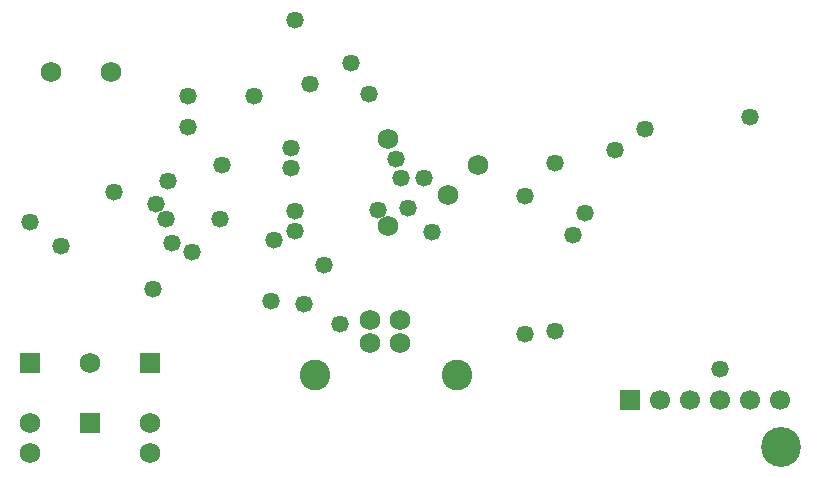
<source format=gbs>
G04 Layer_Color=16711935*
%FSLAX42Y42*%
%MOMM*%
G71*
G01*
G75*
%ADD76C,1.73*%
%ADD77C,3.38*%
%ADD78R,1.70X1.70*%
%ADD79C,1.70*%
%ADD80R,1.73X1.73*%
%ADD81C,2.60*%
%ADD82C,1.47*%
D76*
X3416Y5969D02*
D03*
X2908D02*
D03*
X6528Y5182D02*
D03*
X6274Y4928D02*
D03*
X5766Y5402D02*
D03*
Y4661D02*
D03*
X3747Y2743D02*
D03*
Y2997D02*
D03*
X3238Y3505D02*
D03*
X2731Y2997D02*
D03*
Y2743D02*
D03*
X5863Y3870D02*
D03*
X5613Y3870D02*
D03*
X5863Y3670D02*
D03*
X5613D02*
D03*
D77*
X9093Y2794D02*
D03*
D78*
X7811Y3188D02*
D03*
D79*
X8064D02*
D03*
X8318D02*
D03*
X8572D02*
D03*
X8826D02*
D03*
X9081D02*
D03*
D80*
X3238Y2997D02*
D03*
X3747Y3505D02*
D03*
X2731D02*
D03*
D81*
X6350Y3404D02*
D03*
X5144D02*
D03*
D82*
X5677Y4801D02*
D03*
X5220Y4331D02*
D03*
X4356Y5182D02*
D03*
X3899Y5042D02*
D03*
X4102Y4445D02*
D03*
X3937Y4521D02*
D03*
X3797Y4851D02*
D03*
X3442Y4953D02*
D03*
X2997Y4496D02*
D03*
X2731Y4699D02*
D03*
X4630Y5766D02*
D03*
X4978Y6408D02*
D03*
X4801Y4547D02*
D03*
X4343Y4724D02*
D03*
X7175Y3772D02*
D03*
X7429Y4775D02*
D03*
X5931Y4813D02*
D03*
X6921Y4915D02*
D03*
X4978Y4788D02*
D03*
X6921Y3747D02*
D03*
X6071Y5067D02*
D03*
X7175Y5194D02*
D03*
X5876Y5067D02*
D03*
X7683Y5309D02*
D03*
X5829Y5232D02*
D03*
X7938Y5486D02*
D03*
X8826Y5588D02*
D03*
X8572Y3454D02*
D03*
X5055Y4001D02*
D03*
X4978Y4623D02*
D03*
X7328Y4585D02*
D03*
X6134Y4610D02*
D03*
X4940Y5321D02*
D03*
Y5156D02*
D03*
X5601Y5778D02*
D03*
X5105Y5867D02*
D03*
X5448Y6045D02*
D03*
X5359Y3835D02*
D03*
X4775Y4026D02*
D03*
X3772Y4128D02*
D03*
X3886Y4724D02*
D03*
X4074Y5502D02*
D03*
Y5763D02*
D03*
M02*

</source>
